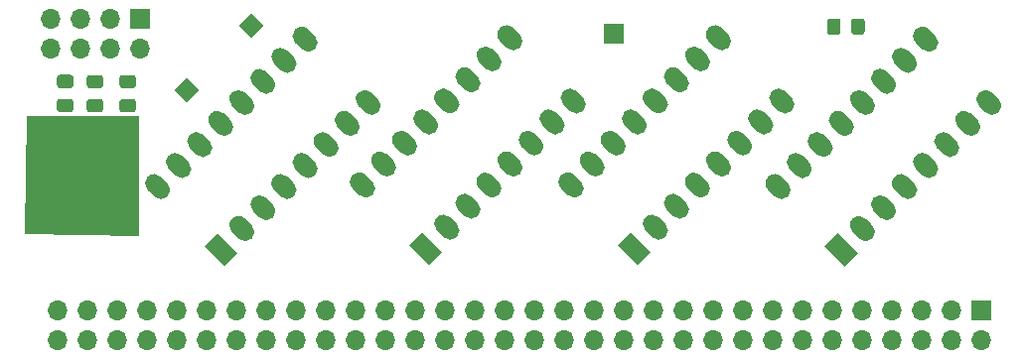
<source format=gbr>
%TF.GenerationSoftware,KiCad,Pcbnew,5.1.9+dfsg1-1+deb11u1*%
%TF.CreationDate,2025-02-02T16:03:13-08:00*%
%TF.ProjectId,esp01Expander,65737030-3145-4787-9061-6e6465722e6b,rev?*%
%TF.SameCoordinates,Original*%
%TF.FileFunction,Soldermask,Top*%
%TF.FilePolarity,Negative*%
%FSLAX46Y46*%
G04 Gerber Fmt 4.6, Leading zero omitted, Abs format (unit mm)*
G04 Created by KiCad (PCBNEW 5.1.9+dfsg1-1+deb11u1) date 2025-02-02 16:03:13*
%MOMM*%
%LPD*%
G01*
G04 APERTURE LIST*
%ADD10C,0.100000*%
%ADD11R,1.700000X1.700000*%
%ADD12O,1.700000X1.700000*%
G04 APERTURE END LIST*
D10*
G36*
X108966000Y-106680000D02*
G01*
X99314000Y-106553000D01*
X99441000Y-96520000D01*
X108966000Y-96520000D01*
X108966000Y-106680000D01*
G37*
X108966000Y-106680000D02*
X99314000Y-106553000D01*
X99441000Y-96520000D01*
X108966000Y-96520000D01*
X108966000Y-106680000D01*
D11*
%TO.C,J3*%
X149479000Y-89535000D03*
%TD*%
D12*
%TO.C,J2*%
X101473000Y-90805000D03*
X101473000Y-88265000D03*
X104013000Y-90805000D03*
X104013000Y-88265000D03*
X106553000Y-90805000D03*
X106553000Y-88265000D03*
X109093000Y-90805000D03*
D11*
X109093000Y-88265000D03*
%TD*%
%TO.C,C2*%
G36*
G01*
X108527001Y-94174000D02*
X107626999Y-94174000D01*
G75*
G02*
X107377000Y-93924001I0J249999D01*
G01*
X107377000Y-93273999D01*
G75*
G02*
X107626999Y-93024000I249999J0D01*
G01*
X108527001Y-93024000D01*
G75*
G02*
X108777000Y-93273999I0J-249999D01*
G01*
X108777000Y-93924001D01*
G75*
G02*
X108527001Y-94174000I-249999J0D01*
G01*
G37*
G36*
G01*
X108527001Y-96224000D02*
X107626999Y-96224000D01*
G75*
G02*
X107377000Y-95974001I0J249999D01*
G01*
X107377000Y-95323999D01*
G75*
G02*
X107626999Y-95074000I249999J0D01*
G01*
X108527001Y-95074000D01*
G75*
G02*
X108777000Y-95323999I0J-249999D01*
G01*
X108777000Y-95974001D01*
G75*
G02*
X108527001Y-96224000I-249999J0D01*
G01*
G37*
%TD*%
%TO.C,D1*%
G36*
G01*
X168850000Y-88449999D02*
X168850000Y-89350001D01*
G75*
G02*
X168600001Y-89600000I-249999J0D01*
G01*
X167949999Y-89600000D01*
G75*
G02*
X167700000Y-89350001I0J249999D01*
G01*
X167700000Y-88449999D01*
G75*
G02*
X167949999Y-88200000I249999J0D01*
G01*
X168600001Y-88200000D01*
G75*
G02*
X168850000Y-88449999I0J-249999D01*
G01*
G37*
G36*
G01*
X170900000Y-88449999D02*
X170900000Y-89350001D01*
G75*
G02*
X170650001Y-89600000I-249999J0D01*
G01*
X169999999Y-89600000D01*
G75*
G02*
X169750000Y-89350001I0J249999D01*
G01*
X169750000Y-88449999D01*
G75*
G02*
X169999999Y-88200000I249999J0D01*
G01*
X170650001Y-88200000D01*
G75*
G02*
X170900000Y-88449999I0J-249999D01*
G01*
G37*
%TD*%
D10*
%TO.C,SW1*%
G36*
X113066284Y-93264056D02*
G01*
X114126944Y-94324716D01*
X113066284Y-95385376D01*
X112005624Y-94324716D01*
X113066284Y-93264056D01*
G37*
G36*
X118581716Y-87748624D02*
G01*
X119642376Y-88809284D01*
X118581716Y-89869944D01*
X117521056Y-88809284D01*
X118581716Y-87748624D01*
G37*
%TD*%
%TO.C,R3*%
G36*
G01*
X102292999Y-95065000D02*
X103193001Y-95065000D01*
G75*
G02*
X103443000Y-95314999I0J-249999D01*
G01*
X103443000Y-95965001D01*
G75*
G02*
X103193001Y-96215000I-249999J0D01*
G01*
X102292999Y-96215000D01*
G75*
G02*
X102043000Y-95965001I0J249999D01*
G01*
X102043000Y-95314999D01*
G75*
G02*
X102292999Y-95065000I249999J0D01*
G01*
G37*
G36*
G01*
X102292999Y-93015000D02*
X103193001Y-93015000D01*
G75*
G02*
X103443000Y-93264999I0J-249999D01*
G01*
X103443000Y-93915001D01*
G75*
G02*
X103193001Y-94165000I-249999J0D01*
G01*
X102292999Y-94165000D01*
G75*
G02*
X102043000Y-93915001I0J249999D01*
G01*
X102043000Y-93264999D01*
G75*
G02*
X102292999Y-93015000I249999J0D01*
G01*
G37*
%TD*%
%TO.C,R2*%
G36*
G01*
X104832999Y-95074000D02*
X105733001Y-95074000D01*
G75*
G02*
X105983000Y-95323999I0J-249999D01*
G01*
X105983000Y-95974001D01*
G75*
G02*
X105733001Y-96224000I-249999J0D01*
G01*
X104832999Y-96224000D01*
G75*
G02*
X104583000Y-95974001I0J249999D01*
G01*
X104583000Y-95323999D01*
G75*
G02*
X104832999Y-95074000I249999J0D01*
G01*
G37*
G36*
G01*
X104832999Y-93024000D02*
X105733001Y-93024000D01*
G75*
G02*
X105983000Y-93273999I0J-249999D01*
G01*
X105983000Y-93924001D01*
G75*
G02*
X105733001Y-94174000I-249999J0D01*
G01*
X104832999Y-94174000D01*
G75*
G02*
X104583000Y-93924001I0J249999D01*
G01*
X104583000Y-93273999D01*
G75*
G02*
X104832999Y-93024000I249999J0D01*
G01*
G37*
%TD*%
%TO.C,U4*%
G36*
G01*
X164370374Y-103410374D02*
X164370374Y-103410374D01*
G75*
G02*
X163239004Y-103410374I-565685J565685D01*
G01*
X162673318Y-102844688D01*
G75*
G02*
X162673318Y-101713318I565685J565685D01*
G01*
X162673318Y-101713318D01*
G75*
G02*
X163804688Y-101713318I565685J-565685D01*
G01*
X164370374Y-102279004D01*
G75*
G02*
X164370374Y-103410374I-565685J-565685D01*
G01*
G37*
G36*
G01*
X182330887Y-96226169D02*
X182330887Y-96226169D01*
G75*
G02*
X181199517Y-96226169I-565685J565685D01*
G01*
X180633831Y-95660483D01*
G75*
G02*
X180633831Y-94529113I565685J565685D01*
G01*
X180633831Y-94529113D01*
G75*
G02*
X181765201Y-94529113I565685J-565685D01*
G01*
X182330887Y-95094799D01*
G75*
G02*
X182330887Y-96226169I-565685J-565685D01*
G01*
G37*
G36*
G01*
X166166426Y-101614323D02*
X166166426Y-101614323D01*
G75*
G02*
X165035056Y-101614323I-565685J565685D01*
G01*
X164469370Y-101048637D01*
G75*
G02*
X164469370Y-99917267I565685J565685D01*
G01*
X164469370Y-99917267D01*
G75*
G02*
X165600740Y-99917267I565685J-565685D01*
G01*
X166166426Y-100482953D01*
G75*
G02*
X166166426Y-101614323I-565685J-565685D01*
G01*
G37*
G36*
G01*
X180534835Y-98022221D02*
X180534835Y-98022221D01*
G75*
G02*
X179403465Y-98022221I-565685J565685D01*
G01*
X178837779Y-97456535D01*
G75*
G02*
X178837779Y-96325165I565685J565685D01*
G01*
X178837779Y-96325165D01*
G75*
G02*
X179969149Y-96325165I565685J-565685D01*
G01*
X180534835Y-96890851D01*
G75*
G02*
X180534835Y-98022221I-565685J-565685D01*
G01*
G37*
G36*
G01*
X167962477Y-99818272D02*
X167962477Y-99818272D01*
G75*
G02*
X166831107Y-99818272I-565685J565685D01*
G01*
X166265421Y-99252586D01*
G75*
G02*
X166265421Y-98121216I565685J565685D01*
G01*
X166265421Y-98121216D01*
G75*
G02*
X167396791Y-98121216I565685J-565685D01*
G01*
X167962477Y-98686902D01*
G75*
G02*
X167962477Y-99818272I-565685J-565685D01*
G01*
G37*
G36*
G01*
X178738784Y-99818272D02*
X178738784Y-99818272D01*
G75*
G02*
X177607414Y-99818272I-565685J565685D01*
G01*
X177041728Y-99252586D01*
G75*
G02*
X177041728Y-98121216I565685J565685D01*
G01*
X177041728Y-98121216D01*
G75*
G02*
X178173098Y-98121216I565685J-565685D01*
G01*
X178738784Y-98686902D01*
G75*
G02*
X178738784Y-99818272I-565685J-565685D01*
G01*
G37*
G36*
G01*
X169758528Y-98022221D02*
X169758528Y-98022221D01*
G75*
G02*
X168627158Y-98022221I-565685J565685D01*
G01*
X168061472Y-97456535D01*
G75*
G02*
X168061472Y-96325165I565685J565685D01*
G01*
X168061472Y-96325165D01*
G75*
G02*
X169192842Y-96325165I565685J-565685D01*
G01*
X169758528Y-96890851D01*
G75*
G02*
X169758528Y-98022221I-565685J-565685D01*
G01*
G37*
G36*
G01*
X176942733Y-101614323D02*
X176942733Y-101614323D01*
G75*
G02*
X175811363Y-101614323I-565685J565685D01*
G01*
X175245677Y-101048637D01*
G75*
G02*
X175245677Y-99917267I565685J565685D01*
G01*
X175245677Y-99917267D01*
G75*
G02*
X176377047Y-99917267I565685J-565685D01*
G01*
X176942733Y-100482953D01*
G75*
G02*
X176942733Y-101614323I-565685J-565685D01*
G01*
G37*
G36*
G01*
X171554579Y-96226169D02*
X171554579Y-96226169D01*
G75*
G02*
X170423209Y-96226169I-565685J565685D01*
G01*
X169857523Y-95660483D01*
G75*
G02*
X169857523Y-94529113I565685J565685D01*
G01*
X169857523Y-94529113D01*
G75*
G02*
X170988893Y-94529113I565685J-565685D01*
G01*
X171554579Y-95094799D01*
G75*
G02*
X171554579Y-96226169I-565685J-565685D01*
G01*
G37*
G36*
G01*
X175146682Y-103410374D02*
X175146682Y-103410374D01*
G75*
G02*
X174015312Y-103410374I-565685J565685D01*
G01*
X173449626Y-102844688D01*
G75*
G02*
X173449626Y-101713318I565685J565685D01*
G01*
X173449626Y-101713318D01*
G75*
G02*
X174580996Y-101713318I565685J-565685D01*
G01*
X175146682Y-102279004D01*
G75*
G02*
X175146682Y-103410374I-565685J-565685D01*
G01*
G37*
G36*
G01*
X173350630Y-94430118D02*
X173350630Y-94430118D01*
G75*
G02*
X172219260Y-94430118I-565685J565685D01*
G01*
X171653574Y-93864432D01*
G75*
G02*
X171653574Y-92733062I565685J565685D01*
G01*
X171653574Y-92733062D01*
G75*
G02*
X172784944Y-92733062I565685J-565685D01*
G01*
X173350630Y-93298748D01*
G75*
G02*
X173350630Y-94430118I-565685J-565685D01*
G01*
G37*
G36*
G01*
X173350630Y-105206426D02*
X173350630Y-105206426D01*
G75*
G02*
X172219260Y-105206426I-565685J565685D01*
G01*
X171653574Y-104640740D01*
G75*
G02*
X171653574Y-103509370I565685J565685D01*
G01*
X171653574Y-103509370D01*
G75*
G02*
X172784944Y-103509370I565685J-565685D01*
G01*
X173350630Y-104075056D01*
G75*
G02*
X173350630Y-105206426I-565685J-565685D01*
G01*
G37*
G36*
G01*
X175146682Y-92634067D02*
X175146682Y-92634067D01*
G75*
G02*
X174015312Y-92634067I-565685J565685D01*
G01*
X173449626Y-92068381D01*
G75*
G02*
X173449626Y-90937011I565685J565685D01*
G01*
X173449626Y-90937011D01*
G75*
G02*
X174580996Y-90937011I565685J-565685D01*
G01*
X175146682Y-91502697D01*
G75*
G02*
X175146682Y-92634067I-565685J-565685D01*
G01*
G37*
G36*
G01*
X171554579Y-107002477D02*
X171554579Y-107002477D01*
G75*
G02*
X170423209Y-107002477I-565685J565685D01*
G01*
X169857523Y-106436791D01*
G75*
G02*
X169857523Y-105305421I565685J565685D01*
G01*
X169857523Y-105305421D01*
G75*
G02*
X170988893Y-105305421I565685J-565685D01*
G01*
X171554579Y-105871107D01*
G75*
G02*
X171554579Y-107002477I-565685J-565685D01*
G01*
G37*
G36*
G01*
X176942733Y-90838016D02*
X176942733Y-90838016D01*
G75*
G02*
X175811363Y-90838016I-565685J565685D01*
G01*
X175245677Y-90272330D01*
G75*
G02*
X175245677Y-89140960I565685J565685D01*
G01*
X175245677Y-89140960D01*
G75*
G02*
X176377047Y-89140960I565685J-565685D01*
G01*
X176942733Y-89706646D01*
G75*
G02*
X176942733Y-90838016I-565685J-565685D01*
G01*
G37*
G36*
X170324214Y-108232843D02*
G01*
X169192843Y-109364214D01*
X167495786Y-107667157D01*
X168627157Y-106535786D01*
X170324214Y-108232843D01*
G37*
%TD*%
%TO.C,U3*%
G36*
G01*
X146718015Y-103282733D02*
X146718015Y-103282733D01*
G75*
G02*
X145586645Y-103282733I-565685J565685D01*
G01*
X145020959Y-102717047D01*
G75*
G02*
X145020959Y-101585677I565685J565685D01*
G01*
X145020959Y-101585677D01*
G75*
G02*
X146152329Y-101585677I565685J-565685D01*
G01*
X146718015Y-102151363D01*
G75*
G02*
X146718015Y-103282733I-565685J-565685D01*
G01*
G37*
G36*
G01*
X164678528Y-96098528D02*
X164678528Y-96098528D01*
G75*
G02*
X163547158Y-96098528I-565685J565685D01*
G01*
X162981472Y-95532842D01*
G75*
G02*
X162981472Y-94401472I565685J565685D01*
G01*
X162981472Y-94401472D01*
G75*
G02*
X164112842Y-94401472I565685J-565685D01*
G01*
X164678528Y-94967158D01*
G75*
G02*
X164678528Y-96098528I-565685J-565685D01*
G01*
G37*
G36*
G01*
X148514067Y-101486682D02*
X148514067Y-101486682D01*
G75*
G02*
X147382697Y-101486682I-565685J565685D01*
G01*
X146817011Y-100920996D01*
G75*
G02*
X146817011Y-99789626I565685J565685D01*
G01*
X146817011Y-99789626D01*
G75*
G02*
X147948381Y-99789626I565685J-565685D01*
G01*
X148514067Y-100355312D01*
G75*
G02*
X148514067Y-101486682I-565685J-565685D01*
G01*
G37*
G36*
G01*
X162882476Y-97894580D02*
X162882476Y-97894580D01*
G75*
G02*
X161751106Y-97894580I-565685J565685D01*
G01*
X161185420Y-97328894D01*
G75*
G02*
X161185420Y-96197524I565685J565685D01*
G01*
X161185420Y-96197524D01*
G75*
G02*
X162316790Y-96197524I565685J-565685D01*
G01*
X162882476Y-96763210D01*
G75*
G02*
X162882476Y-97894580I-565685J-565685D01*
G01*
G37*
G36*
G01*
X150310118Y-99690631D02*
X150310118Y-99690631D01*
G75*
G02*
X149178748Y-99690631I-565685J565685D01*
G01*
X148613062Y-99124945D01*
G75*
G02*
X148613062Y-97993575I565685J565685D01*
G01*
X148613062Y-97993575D01*
G75*
G02*
X149744432Y-97993575I565685J-565685D01*
G01*
X150310118Y-98559261D01*
G75*
G02*
X150310118Y-99690631I-565685J-565685D01*
G01*
G37*
G36*
G01*
X161086425Y-99690631D02*
X161086425Y-99690631D01*
G75*
G02*
X159955055Y-99690631I-565685J565685D01*
G01*
X159389369Y-99124945D01*
G75*
G02*
X159389369Y-97993575I565685J565685D01*
G01*
X159389369Y-97993575D01*
G75*
G02*
X160520739Y-97993575I565685J-565685D01*
G01*
X161086425Y-98559261D01*
G75*
G02*
X161086425Y-99690631I-565685J-565685D01*
G01*
G37*
G36*
G01*
X152106169Y-97894580D02*
X152106169Y-97894580D01*
G75*
G02*
X150974799Y-97894580I-565685J565685D01*
G01*
X150409113Y-97328894D01*
G75*
G02*
X150409113Y-96197524I565685J565685D01*
G01*
X150409113Y-96197524D01*
G75*
G02*
X151540483Y-96197524I565685J-565685D01*
G01*
X152106169Y-96763210D01*
G75*
G02*
X152106169Y-97894580I-565685J-565685D01*
G01*
G37*
G36*
G01*
X159290374Y-101486682D02*
X159290374Y-101486682D01*
G75*
G02*
X158159004Y-101486682I-565685J565685D01*
G01*
X157593318Y-100920996D01*
G75*
G02*
X157593318Y-99789626I565685J565685D01*
G01*
X157593318Y-99789626D01*
G75*
G02*
X158724688Y-99789626I565685J-565685D01*
G01*
X159290374Y-100355312D01*
G75*
G02*
X159290374Y-101486682I-565685J-565685D01*
G01*
G37*
G36*
G01*
X153902220Y-96098528D02*
X153902220Y-96098528D01*
G75*
G02*
X152770850Y-96098528I-565685J565685D01*
G01*
X152205164Y-95532842D01*
G75*
G02*
X152205164Y-94401472I565685J565685D01*
G01*
X152205164Y-94401472D01*
G75*
G02*
X153336534Y-94401472I565685J-565685D01*
G01*
X153902220Y-94967158D01*
G75*
G02*
X153902220Y-96098528I-565685J-565685D01*
G01*
G37*
G36*
G01*
X157494323Y-103282733D02*
X157494323Y-103282733D01*
G75*
G02*
X156362953Y-103282733I-565685J565685D01*
G01*
X155797267Y-102717047D01*
G75*
G02*
X155797267Y-101585677I565685J565685D01*
G01*
X155797267Y-101585677D01*
G75*
G02*
X156928637Y-101585677I565685J-565685D01*
G01*
X157494323Y-102151363D01*
G75*
G02*
X157494323Y-103282733I-565685J-565685D01*
G01*
G37*
G36*
G01*
X155698271Y-94302477D02*
X155698271Y-94302477D01*
G75*
G02*
X154566901Y-94302477I-565685J565685D01*
G01*
X154001215Y-93736791D01*
G75*
G02*
X154001215Y-92605421I565685J565685D01*
G01*
X154001215Y-92605421D01*
G75*
G02*
X155132585Y-92605421I565685J-565685D01*
G01*
X155698271Y-93171107D01*
G75*
G02*
X155698271Y-94302477I-565685J-565685D01*
G01*
G37*
G36*
G01*
X155698271Y-105078785D02*
X155698271Y-105078785D01*
G75*
G02*
X154566901Y-105078785I-565685J565685D01*
G01*
X154001215Y-104513099D01*
G75*
G02*
X154001215Y-103381729I565685J565685D01*
G01*
X154001215Y-103381729D01*
G75*
G02*
X155132585Y-103381729I565685J-565685D01*
G01*
X155698271Y-103947415D01*
G75*
G02*
X155698271Y-105078785I-565685J-565685D01*
G01*
G37*
G36*
G01*
X157494323Y-92506426D02*
X157494323Y-92506426D01*
G75*
G02*
X156362953Y-92506426I-565685J565685D01*
G01*
X155797267Y-91940740D01*
G75*
G02*
X155797267Y-90809370I565685J565685D01*
G01*
X155797267Y-90809370D01*
G75*
G02*
X156928637Y-90809370I565685J-565685D01*
G01*
X157494323Y-91375056D01*
G75*
G02*
X157494323Y-92506426I-565685J-565685D01*
G01*
G37*
G36*
G01*
X153902220Y-106874836D02*
X153902220Y-106874836D01*
G75*
G02*
X152770850Y-106874836I-565685J565685D01*
G01*
X152205164Y-106309150D01*
G75*
G02*
X152205164Y-105177780I565685J565685D01*
G01*
X152205164Y-105177780D01*
G75*
G02*
X153336534Y-105177780I565685J-565685D01*
G01*
X153902220Y-105743466D01*
G75*
G02*
X153902220Y-106874836I-565685J-565685D01*
G01*
G37*
G36*
G01*
X159290374Y-90710375D02*
X159290374Y-90710375D01*
G75*
G02*
X158159004Y-90710375I-565685J565685D01*
G01*
X157593318Y-90144689D01*
G75*
G02*
X157593318Y-89013319I565685J565685D01*
G01*
X157593318Y-89013319D01*
G75*
G02*
X158724688Y-89013319I565685J-565685D01*
G01*
X159290374Y-89579005D01*
G75*
G02*
X159290374Y-90710375I-565685J-565685D01*
G01*
G37*
G36*
X152671855Y-108105202D02*
G01*
X151540484Y-109236573D01*
X149843427Y-107539516D01*
X150974798Y-106408145D01*
X152671855Y-108105202D01*
G37*
%TD*%
%TO.C,U2*%
G36*
G01*
X128938015Y-103282733D02*
X128938015Y-103282733D01*
G75*
G02*
X127806645Y-103282733I-565685J565685D01*
G01*
X127240959Y-102717047D01*
G75*
G02*
X127240959Y-101585677I565685J565685D01*
G01*
X127240959Y-101585677D01*
G75*
G02*
X128372329Y-101585677I565685J-565685D01*
G01*
X128938015Y-102151363D01*
G75*
G02*
X128938015Y-103282733I-565685J-565685D01*
G01*
G37*
G36*
G01*
X146898528Y-96098528D02*
X146898528Y-96098528D01*
G75*
G02*
X145767158Y-96098528I-565685J565685D01*
G01*
X145201472Y-95532842D01*
G75*
G02*
X145201472Y-94401472I565685J565685D01*
G01*
X145201472Y-94401472D01*
G75*
G02*
X146332842Y-94401472I565685J-565685D01*
G01*
X146898528Y-94967158D01*
G75*
G02*
X146898528Y-96098528I-565685J-565685D01*
G01*
G37*
G36*
G01*
X130734067Y-101486682D02*
X130734067Y-101486682D01*
G75*
G02*
X129602697Y-101486682I-565685J565685D01*
G01*
X129037011Y-100920996D01*
G75*
G02*
X129037011Y-99789626I565685J565685D01*
G01*
X129037011Y-99789626D01*
G75*
G02*
X130168381Y-99789626I565685J-565685D01*
G01*
X130734067Y-100355312D01*
G75*
G02*
X130734067Y-101486682I-565685J-565685D01*
G01*
G37*
G36*
G01*
X145102476Y-97894580D02*
X145102476Y-97894580D01*
G75*
G02*
X143971106Y-97894580I-565685J565685D01*
G01*
X143405420Y-97328894D01*
G75*
G02*
X143405420Y-96197524I565685J565685D01*
G01*
X143405420Y-96197524D01*
G75*
G02*
X144536790Y-96197524I565685J-565685D01*
G01*
X145102476Y-96763210D01*
G75*
G02*
X145102476Y-97894580I-565685J-565685D01*
G01*
G37*
G36*
G01*
X132530118Y-99690631D02*
X132530118Y-99690631D01*
G75*
G02*
X131398748Y-99690631I-565685J565685D01*
G01*
X130833062Y-99124945D01*
G75*
G02*
X130833062Y-97993575I565685J565685D01*
G01*
X130833062Y-97993575D01*
G75*
G02*
X131964432Y-97993575I565685J-565685D01*
G01*
X132530118Y-98559261D01*
G75*
G02*
X132530118Y-99690631I-565685J-565685D01*
G01*
G37*
G36*
G01*
X143306425Y-99690631D02*
X143306425Y-99690631D01*
G75*
G02*
X142175055Y-99690631I-565685J565685D01*
G01*
X141609369Y-99124945D01*
G75*
G02*
X141609369Y-97993575I565685J565685D01*
G01*
X141609369Y-97993575D01*
G75*
G02*
X142740739Y-97993575I565685J-565685D01*
G01*
X143306425Y-98559261D01*
G75*
G02*
X143306425Y-99690631I-565685J-565685D01*
G01*
G37*
G36*
G01*
X134326169Y-97894580D02*
X134326169Y-97894580D01*
G75*
G02*
X133194799Y-97894580I-565685J565685D01*
G01*
X132629113Y-97328894D01*
G75*
G02*
X132629113Y-96197524I565685J565685D01*
G01*
X132629113Y-96197524D01*
G75*
G02*
X133760483Y-96197524I565685J-565685D01*
G01*
X134326169Y-96763210D01*
G75*
G02*
X134326169Y-97894580I-565685J-565685D01*
G01*
G37*
G36*
G01*
X141510374Y-101486682D02*
X141510374Y-101486682D01*
G75*
G02*
X140379004Y-101486682I-565685J565685D01*
G01*
X139813318Y-100920996D01*
G75*
G02*
X139813318Y-99789626I565685J565685D01*
G01*
X139813318Y-99789626D01*
G75*
G02*
X140944688Y-99789626I565685J-565685D01*
G01*
X141510374Y-100355312D01*
G75*
G02*
X141510374Y-101486682I-565685J-565685D01*
G01*
G37*
G36*
G01*
X136122220Y-96098528D02*
X136122220Y-96098528D01*
G75*
G02*
X134990850Y-96098528I-565685J565685D01*
G01*
X134425164Y-95532842D01*
G75*
G02*
X134425164Y-94401472I565685J565685D01*
G01*
X134425164Y-94401472D01*
G75*
G02*
X135556534Y-94401472I565685J-565685D01*
G01*
X136122220Y-94967158D01*
G75*
G02*
X136122220Y-96098528I-565685J-565685D01*
G01*
G37*
G36*
G01*
X139714323Y-103282733D02*
X139714323Y-103282733D01*
G75*
G02*
X138582953Y-103282733I-565685J565685D01*
G01*
X138017267Y-102717047D01*
G75*
G02*
X138017267Y-101585677I565685J565685D01*
G01*
X138017267Y-101585677D01*
G75*
G02*
X139148637Y-101585677I565685J-565685D01*
G01*
X139714323Y-102151363D01*
G75*
G02*
X139714323Y-103282733I-565685J-565685D01*
G01*
G37*
G36*
G01*
X137918271Y-94302477D02*
X137918271Y-94302477D01*
G75*
G02*
X136786901Y-94302477I-565685J565685D01*
G01*
X136221215Y-93736791D01*
G75*
G02*
X136221215Y-92605421I565685J565685D01*
G01*
X136221215Y-92605421D01*
G75*
G02*
X137352585Y-92605421I565685J-565685D01*
G01*
X137918271Y-93171107D01*
G75*
G02*
X137918271Y-94302477I-565685J-565685D01*
G01*
G37*
G36*
G01*
X137918271Y-105078785D02*
X137918271Y-105078785D01*
G75*
G02*
X136786901Y-105078785I-565685J565685D01*
G01*
X136221215Y-104513099D01*
G75*
G02*
X136221215Y-103381729I565685J565685D01*
G01*
X136221215Y-103381729D01*
G75*
G02*
X137352585Y-103381729I565685J-565685D01*
G01*
X137918271Y-103947415D01*
G75*
G02*
X137918271Y-105078785I-565685J-565685D01*
G01*
G37*
G36*
G01*
X139714323Y-92506426D02*
X139714323Y-92506426D01*
G75*
G02*
X138582953Y-92506426I-565685J565685D01*
G01*
X138017267Y-91940740D01*
G75*
G02*
X138017267Y-90809370I565685J565685D01*
G01*
X138017267Y-90809370D01*
G75*
G02*
X139148637Y-90809370I565685J-565685D01*
G01*
X139714323Y-91375056D01*
G75*
G02*
X139714323Y-92506426I-565685J-565685D01*
G01*
G37*
G36*
G01*
X136122220Y-106874836D02*
X136122220Y-106874836D01*
G75*
G02*
X134990850Y-106874836I-565685J565685D01*
G01*
X134425164Y-106309150D01*
G75*
G02*
X134425164Y-105177780I565685J565685D01*
G01*
X134425164Y-105177780D01*
G75*
G02*
X135556534Y-105177780I565685J-565685D01*
G01*
X136122220Y-105743466D01*
G75*
G02*
X136122220Y-106874836I-565685J-565685D01*
G01*
G37*
G36*
G01*
X141510374Y-90710375D02*
X141510374Y-90710375D01*
G75*
G02*
X140379004Y-90710375I-565685J565685D01*
G01*
X139813318Y-90144689D01*
G75*
G02*
X139813318Y-89013319I565685J565685D01*
G01*
X139813318Y-89013319D01*
G75*
G02*
X140944688Y-89013319I565685J-565685D01*
G01*
X141510374Y-89579005D01*
G75*
G02*
X141510374Y-90710375I-565685J-565685D01*
G01*
G37*
G36*
X134891855Y-108105202D02*
G01*
X133760484Y-109236573D01*
X132063427Y-107539516D01*
X133194798Y-106408145D01*
X134891855Y-108105202D01*
G37*
%TD*%
%TO.C,U1*%
G36*
G01*
X111466169Y-103410374D02*
X111466169Y-103410374D01*
G75*
G02*
X110334799Y-103410374I-565685J565685D01*
G01*
X109769113Y-102844688D01*
G75*
G02*
X109769113Y-101713318I565685J565685D01*
G01*
X109769113Y-101713318D01*
G75*
G02*
X110900483Y-101713318I565685J-565685D01*
G01*
X111466169Y-102279004D01*
G75*
G02*
X111466169Y-103410374I-565685J-565685D01*
G01*
G37*
G36*
G01*
X129426682Y-96226169D02*
X129426682Y-96226169D01*
G75*
G02*
X128295312Y-96226169I-565685J565685D01*
G01*
X127729626Y-95660483D01*
G75*
G02*
X127729626Y-94529113I565685J565685D01*
G01*
X127729626Y-94529113D01*
G75*
G02*
X128860996Y-94529113I565685J-565685D01*
G01*
X129426682Y-95094799D01*
G75*
G02*
X129426682Y-96226169I-565685J-565685D01*
G01*
G37*
G36*
G01*
X113262221Y-101614323D02*
X113262221Y-101614323D01*
G75*
G02*
X112130851Y-101614323I-565685J565685D01*
G01*
X111565165Y-101048637D01*
G75*
G02*
X111565165Y-99917267I565685J565685D01*
G01*
X111565165Y-99917267D01*
G75*
G02*
X112696535Y-99917267I565685J-565685D01*
G01*
X113262221Y-100482953D01*
G75*
G02*
X113262221Y-101614323I-565685J-565685D01*
G01*
G37*
G36*
G01*
X127630630Y-98022221D02*
X127630630Y-98022221D01*
G75*
G02*
X126499260Y-98022221I-565685J565685D01*
G01*
X125933574Y-97456535D01*
G75*
G02*
X125933574Y-96325165I565685J565685D01*
G01*
X125933574Y-96325165D01*
G75*
G02*
X127064944Y-96325165I565685J-565685D01*
G01*
X127630630Y-96890851D01*
G75*
G02*
X127630630Y-98022221I-565685J-565685D01*
G01*
G37*
G36*
G01*
X115058272Y-99818272D02*
X115058272Y-99818272D01*
G75*
G02*
X113926902Y-99818272I-565685J565685D01*
G01*
X113361216Y-99252586D01*
G75*
G02*
X113361216Y-98121216I565685J565685D01*
G01*
X113361216Y-98121216D01*
G75*
G02*
X114492586Y-98121216I565685J-565685D01*
G01*
X115058272Y-98686902D01*
G75*
G02*
X115058272Y-99818272I-565685J-565685D01*
G01*
G37*
G36*
G01*
X125834579Y-99818272D02*
X125834579Y-99818272D01*
G75*
G02*
X124703209Y-99818272I-565685J565685D01*
G01*
X124137523Y-99252586D01*
G75*
G02*
X124137523Y-98121216I565685J565685D01*
G01*
X124137523Y-98121216D01*
G75*
G02*
X125268893Y-98121216I565685J-565685D01*
G01*
X125834579Y-98686902D01*
G75*
G02*
X125834579Y-99818272I-565685J-565685D01*
G01*
G37*
G36*
G01*
X116854323Y-98022221D02*
X116854323Y-98022221D01*
G75*
G02*
X115722953Y-98022221I-565685J565685D01*
G01*
X115157267Y-97456535D01*
G75*
G02*
X115157267Y-96325165I565685J565685D01*
G01*
X115157267Y-96325165D01*
G75*
G02*
X116288637Y-96325165I565685J-565685D01*
G01*
X116854323Y-96890851D01*
G75*
G02*
X116854323Y-98022221I-565685J-565685D01*
G01*
G37*
G36*
G01*
X124038528Y-101614323D02*
X124038528Y-101614323D01*
G75*
G02*
X122907158Y-101614323I-565685J565685D01*
G01*
X122341472Y-101048637D01*
G75*
G02*
X122341472Y-99917267I565685J565685D01*
G01*
X122341472Y-99917267D01*
G75*
G02*
X123472842Y-99917267I565685J-565685D01*
G01*
X124038528Y-100482953D01*
G75*
G02*
X124038528Y-101614323I-565685J-565685D01*
G01*
G37*
G36*
G01*
X118650374Y-96226169D02*
X118650374Y-96226169D01*
G75*
G02*
X117519004Y-96226169I-565685J565685D01*
G01*
X116953318Y-95660483D01*
G75*
G02*
X116953318Y-94529113I565685J565685D01*
G01*
X116953318Y-94529113D01*
G75*
G02*
X118084688Y-94529113I565685J-565685D01*
G01*
X118650374Y-95094799D01*
G75*
G02*
X118650374Y-96226169I-565685J-565685D01*
G01*
G37*
G36*
G01*
X122242477Y-103410374D02*
X122242477Y-103410374D01*
G75*
G02*
X121111107Y-103410374I-565685J565685D01*
G01*
X120545421Y-102844688D01*
G75*
G02*
X120545421Y-101713318I565685J565685D01*
G01*
X120545421Y-101713318D01*
G75*
G02*
X121676791Y-101713318I565685J-565685D01*
G01*
X122242477Y-102279004D01*
G75*
G02*
X122242477Y-103410374I-565685J-565685D01*
G01*
G37*
G36*
G01*
X120446425Y-94430118D02*
X120446425Y-94430118D01*
G75*
G02*
X119315055Y-94430118I-565685J565685D01*
G01*
X118749369Y-93864432D01*
G75*
G02*
X118749369Y-92733062I565685J565685D01*
G01*
X118749369Y-92733062D01*
G75*
G02*
X119880739Y-92733062I565685J-565685D01*
G01*
X120446425Y-93298748D01*
G75*
G02*
X120446425Y-94430118I-565685J-565685D01*
G01*
G37*
G36*
G01*
X120446425Y-105206426D02*
X120446425Y-105206426D01*
G75*
G02*
X119315055Y-105206426I-565685J565685D01*
G01*
X118749369Y-104640740D01*
G75*
G02*
X118749369Y-103509370I565685J565685D01*
G01*
X118749369Y-103509370D01*
G75*
G02*
X119880739Y-103509370I565685J-565685D01*
G01*
X120446425Y-104075056D01*
G75*
G02*
X120446425Y-105206426I-565685J-565685D01*
G01*
G37*
G36*
G01*
X122242477Y-92634067D02*
X122242477Y-92634067D01*
G75*
G02*
X121111107Y-92634067I-565685J565685D01*
G01*
X120545421Y-92068381D01*
G75*
G02*
X120545421Y-90937011I565685J565685D01*
G01*
X120545421Y-90937011D01*
G75*
G02*
X121676791Y-90937011I565685J-565685D01*
G01*
X122242477Y-91502697D01*
G75*
G02*
X122242477Y-92634067I-565685J-565685D01*
G01*
G37*
G36*
G01*
X118650374Y-107002477D02*
X118650374Y-107002477D01*
G75*
G02*
X117519004Y-107002477I-565685J565685D01*
G01*
X116953318Y-106436791D01*
G75*
G02*
X116953318Y-105305421I565685J565685D01*
G01*
X116953318Y-105305421D01*
G75*
G02*
X118084688Y-105305421I565685J-565685D01*
G01*
X118650374Y-105871107D01*
G75*
G02*
X118650374Y-107002477I-565685J-565685D01*
G01*
G37*
G36*
G01*
X124038528Y-90838016D02*
X124038528Y-90838016D01*
G75*
G02*
X122907158Y-90838016I-565685J565685D01*
G01*
X122341472Y-90272330D01*
G75*
G02*
X122341472Y-89140960I565685J565685D01*
G01*
X122341472Y-89140960D01*
G75*
G02*
X123472842Y-89140960I565685J-565685D01*
G01*
X124038528Y-89706646D01*
G75*
G02*
X124038528Y-90838016I-565685J-565685D01*
G01*
G37*
G36*
X117420009Y-108232843D02*
G01*
X116288638Y-109364214D01*
X114591581Y-107667157D01*
X115722952Y-106535786D01*
X117420009Y-108232843D01*
G37*
%TD*%
D12*
%TO.C,J1*%
X102108000Y-115697000D03*
X102108000Y-113157000D03*
X104648000Y-115697000D03*
X104648000Y-113157000D03*
X107188000Y-115697000D03*
X107188000Y-113157000D03*
X109728000Y-115697000D03*
X109728000Y-113157000D03*
X112268000Y-115697000D03*
X112268000Y-113157000D03*
X114808000Y-115697000D03*
X114808000Y-113157000D03*
X117348000Y-115697000D03*
X117348000Y-113157000D03*
X119888000Y-115697000D03*
X119888000Y-113157000D03*
X122428000Y-115697000D03*
X122428000Y-113157000D03*
X124968000Y-115697000D03*
X124968000Y-113157000D03*
X127508000Y-115697000D03*
X127508000Y-113157000D03*
X130048000Y-115697000D03*
X130048000Y-113157000D03*
X132588000Y-115697000D03*
X132588000Y-113157000D03*
X135128000Y-115697000D03*
X135128000Y-113157000D03*
X137668000Y-115697000D03*
X137668000Y-113157000D03*
X140208000Y-115697000D03*
X140208000Y-113157000D03*
X142748000Y-115697000D03*
X142748000Y-113157000D03*
X145288000Y-115697000D03*
X145288000Y-113157000D03*
X147828000Y-115697000D03*
X147828000Y-113157000D03*
X150368000Y-115697000D03*
X150368000Y-113157000D03*
X152908000Y-115697000D03*
X152908000Y-113157000D03*
X155448000Y-115697000D03*
X155448000Y-113157000D03*
X157988000Y-115697000D03*
X157988000Y-113157000D03*
X160528000Y-115697000D03*
X160528000Y-113157000D03*
X163068000Y-115697000D03*
X163068000Y-113157000D03*
X165608000Y-115697000D03*
X165608000Y-113157000D03*
X168148000Y-115697000D03*
X168148000Y-113157000D03*
X170688000Y-115697000D03*
X170688000Y-113157000D03*
X173228000Y-115697000D03*
X173228000Y-113157000D03*
X175768000Y-115697000D03*
X175768000Y-113157000D03*
X178308000Y-115697000D03*
X178308000Y-113157000D03*
X180848000Y-115697000D03*
D11*
X180848000Y-113157000D03*
%TD*%
M02*

</source>
